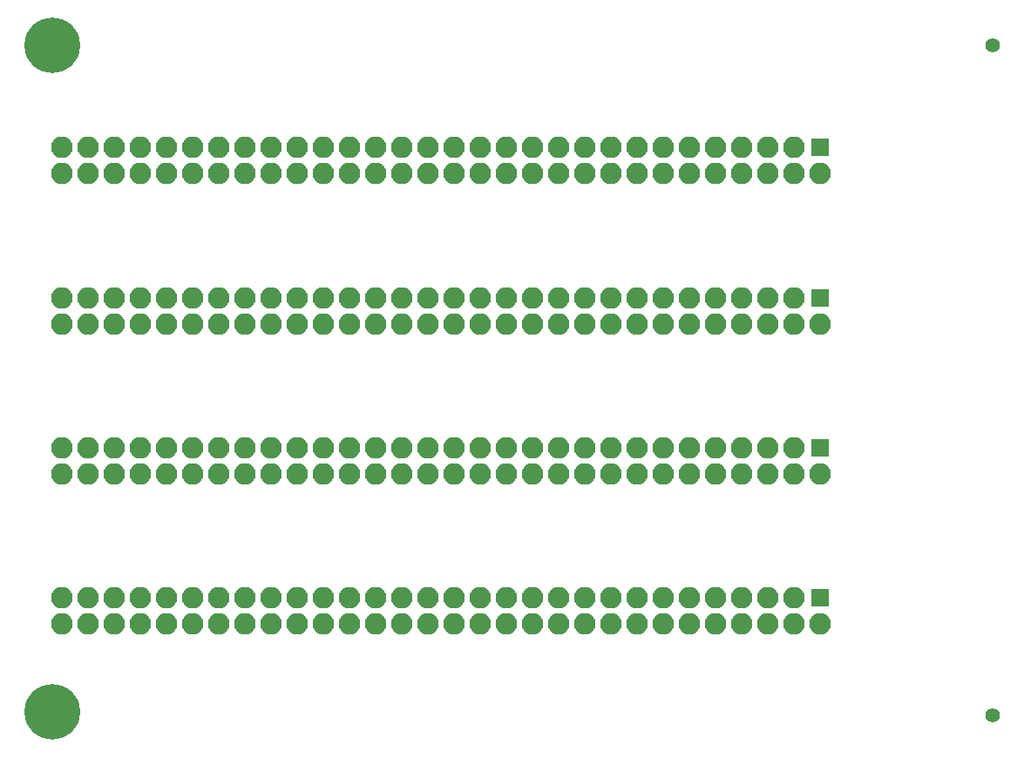
<source format=gbs>
G04 #@! TF.GenerationSoftware,KiCad,Pcbnew,5.0.0-rc2-be01b52~65~ubuntu16.04.1*
G04 #@! TF.CreationDate,2018-06-10T22:33:32-04:00*
G04 #@! TF.ProjectId,meta_breakout,6D6574615F627265616B6F75742E6B69,rev?*
G04 #@! TF.SameCoordinates,Original*
G04 #@! TF.FileFunction,Soldermask,Bot*
G04 #@! TF.FilePolarity,Negative*
%FSLAX46Y46*%
G04 Gerber Fmt 4.6, Leading zero omitted, Abs format (unit mm)*
G04 Created by KiCad (PCBNEW 5.0.0-rc2-be01b52~65~ubuntu16.04.1) date Sun Jun 10 22:33:32 2018*
%MOMM*%
%LPD*%
G01*
G04 APERTURE LIST*
%ADD10O,2.100000X2.100000*%
%ADD11R,1.700000X1.700000*%
%ADD12C,5.400000*%
%ADD13C,1.416000*%
G04 APERTURE END LIST*
D10*
G04 #@! TO.C,J5*
X43760000Y-118900000D03*
X43760000Y-116360000D03*
X46300000Y-118900000D03*
X46300000Y-116360000D03*
X48840000Y-118900000D03*
X48840000Y-116360000D03*
X51380000Y-118900000D03*
X51380000Y-116360000D03*
X53920000Y-118900000D03*
X53920000Y-116360000D03*
X56460000Y-118900000D03*
X56460000Y-116360000D03*
X59000000Y-118900000D03*
X59000000Y-116360000D03*
X61540000Y-118900000D03*
X61540000Y-116360000D03*
X64080000Y-118900000D03*
X64080000Y-116360000D03*
X66620000Y-118900000D03*
X66620000Y-116360000D03*
X69160000Y-118900000D03*
X69160000Y-116360000D03*
X71700000Y-118900000D03*
X71700000Y-116360000D03*
X74240000Y-118900000D03*
X74240000Y-116360000D03*
X76780000Y-118900000D03*
X76780000Y-116360000D03*
X79320000Y-118900000D03*
X79320000Y-116360000D03*
X81860000Y-118900000D03*
X81860000Y-116360000D03*
X84400000Y-118900000D03*
X84400000Y-116360000D03*
X86940000Y-118900000D03*
X86940000Y-116360000D03*
X89480000Y-118900000D03*
X89480000Y-116360000D03*
X92020000Y-118900000D03*
X92020000Y-116360000D03*
X94560000Y-118900000D03*
X94560000Y-116360000D03*
X97100000Y-118900000D03*
X97100000Y-116360000D03*
X99640000Y-118900000D03*
X99640000Y-116360000D03*
X102180000Y-118900000D03*
X102180000Y-116360000D03*
X104720000Y-118900000D03*
X104720000Y-116360000D03*
X107260000Y-118900000D03*
X107260000Y-116360000D03*
X109800000Y-118900000D03*
X109800000Y-116360000D03*
X112340000Y-118900000D03*
X112340000Y-116360000D03*
X114880000Y-118900000D03*
X114880000Y-116360000D03*
X117420000Y-118900000D03*
D11*
X117420000Y-116360000D03*
G04 #@! TD*
D10*
G04 #@! TO.C,J4*
X43760000Y-104310000D03*
X43760000Y-101770000D03*
X46300000Y-104310000D03*
X46300000Y-101770000D03*
X48840000Y-104310000D03*
X48840000Y-101770000D03*
X51380000Y-104310000D03*
X51380000Y-101770000D03*
X53920000Y-104310000D03*
X53920000Y-101770000D03*
X56460000Y-104310000D03*
X56460000Y-101770000D03*
X59000000Y-104310000D03*
X59000000Y-101770000D03*
X61540000Y-104310000D03*
X61540000Y-101770000D03*
X64080000Y-104310000D03*
X64080000Y-101770000D03*
X66620000Y-104310000D03*
X66620000Y-101770000D03*
X69160000Y-104310000D03*
X69160000Y-101770000D03*
X71700000Y-104310000D03*
X71700000Y-101770000D03*
X74240000Y-104310000D03*
X74240000Y-101770000D03*
X76780000Y-104310000D03*
X76780000Y-101770000D03*
X79320000Y-104310000D03*
X79320000Y-101770000D03*
X81860000Y-104310000D03*
X81860000Y-101770000D03*
X84400000Y-104310000D03*
X84400000Y-101770000D03*
X86940000Y-104310000D03*
X86940000Y-101770000D03*
X89480000Y-104310000D03*
X89480000Y-101770000D03*
X92020000Y-104310000D03*
X92020000Y-101770000D03*
X94560000Y-104310000D03*
X94560000Y-101770000D03*
X97100000Y-104310000D03*
X97100000Y-101770000D03*
X99640000Y-104310000D03*
X99640000Y-101770000D03*
X102180000Y-104310000D03*
X102180000Y-101770000D03*
X104720000Y-104310000D03*
X104720000Y-101770000D03*
X107260000Y-104310000D03*
X107260000Y-101770000D03*
X109800000Y-104310000D03*
X109800000Y-101770000D03*
X112340000Y-104310000D03*
X112340000Y-101770000D03*
X114880000Y-104310000D03*
X114880000Y-101770000D03*
X117420000Y-104310000D03*
D11*
X117420000Y-101770000D03*
G04 #@! TD*
D10*
G04 #@! TO.C,J3*
X43760000Y-89720000D03*
X43760000Y-87180000D03*
X46300000Y-89720000D03*
X46300000Y-87180000D03*
X48840000Y-89720000D03*
X48840000Y-87180000D03*
X51380000Y-89720000D03*
X51380000Y-87180000D03*
X53920000Y-89720000D03*
X53920000Y-87180000D03*
X56460000Y-89720000D03*
X56460000Y-87180000D03*
X59000000Y-89720000D03*
X59000000Y-87180000D03*
X61540000Y-89720000D03*
X61540000Y-87180000D03*
X64080000Y-89720000D03*
X64080000Y-87180000D03*
X66620000Y-89720000D03*
X66620000Y-87180000D03*
X69160000Y-89720000D03*
X69160000Y-87180000D03*
X71700000Y-89720000D03*
X71700000Y-87180000D03*
X74240000Y-89720000D03*
X74240000Y-87180000D03*
X76780000Y-89720000D03*
X76780000Y-87180000D03*
X79320000Y-89720000D03*
X79320000Y-87180000D03*
X81860000Y-89720000D03*
X81860000Y-87180000D03*
X84400000Y-89720000D03*
X84400000Y-87180000D03*
X86940000Y-89720000D03*
X86940000Y-87180000D03*
X89480000Y-89720000D03*
X89480000Y-87180000D03*
X92020000Y-89720000D03*
X92020000Y-87180000D03*
X94560000Y-89720000D03*
X94560000Y-87180000D03*
X97100000Y-89720000D03*
X97100000Y-87180000D03*
X99640000Y-89720000D03*
X99640000Y-87180000D03*
X102180000Y-89720000D03*
X102180000Y-87180000D03*
X104720000Y-89720000D03*
X104720000Y-87180000D03*
X107260000Y-89720000D03*
X107260000Y-87180000D03*
X109800000Y-89720000D03*
X109800000Y-87180000D03*
X112340000Y-89720000D03*
X112340000Y-87180000D03*
X114880000Y-89720000D03*
X114880000Y-87180000D03*
X117420000Y-89720000D03*
D11*
X117420000Y-87180000D03*
G04 #@! TD*
D10*
G04 #@! TO.C,J2*
X43760000Y-75130000D03*
X43760000Y-72590000D03*
X46300000Y-75130000D03*
X46300000Y-72590000D03*
X48840000Y-75130000D03*
X48840000Y-72590000D03*
X51380000Y-75130000D03*
X51380000Y-72590000D03*
X53920000Y-75130000D03*
X53920000Y-72590000D03*
X56460000Y-75130000D03*
X56460000Y-72590000D03*
X59000000Y-75130000D03*
X59000000Y-72590000D03*
X61540000Y-75130000D03*
X61540000Y-72590000D03*
X64080000Y-75130000D03*
X64080000Y-72590000D03*
X66620000Y-75130000D03*
X66620000Y-72590000D03*
X69160000Y-75130000D03*
X69160000Y-72590000D03*
X71700000Y-75130000D03*
X71700000Y-72590000D03*
X74240000Y-75130000D03*
X74240000Y-72590000D03*
X76780000Y-75130000D03*
X76780000Y-72590000D03*
X79320000Y-75130000D03*
X79320000Y-72590000D03*
X81860000Y-75130000D03*
X81860000Y-72590000D03*
X84400000Y-75130000D03*
X84400000Y-72590000D03*
X86940000Y-75130000D03*
X86940000Y-72590000D03*
X89480000Y-75130000D03*
X89480000Y-72590000D03*
X92020000Y-75130000D03*
X92020000Y-72590000D03*
X94560000Y-75130000D03*
X94560000Y-72590000D03*
X97100000Y-75130000D03*
X97100000Y-72590000D03*
X99640000Y-75130000D03*
X99640000Y-72590000D03*
X102180000Y-75130000D03*
X102180000Y-72590000D03*
X104720000Y-75130000D03*
X104720000Y-72590000D03*
X107260000Y-75130000D03*
X107260000Y-72590000D03*
X109800000Y-75130000D03*
X109800000Y-72590000D03*
X112340000Y-75130000D03*
X112340000Y-72590000D03*
X114880000Y-75130000D03*
X114880000Y-72590000D03*
X117420000Y-75130000D03*
D11*
X117420000Y-72590000D03*
G04 #@! TD*
D12*
G04 #@! TO.C,REF\002A\002A*
X42850000Y-127470000D03*
G04 #@! TD*
D13*
G04 #@! TO.C,J1*
X134176000Y-127763000D03*
X134176000Y-62637000D03*
G04 #@! TD*
D12*
G04 #@! TO.C,REF\002A\002A*
X42850000Y-62700000D03*
G04 #@! TD*
M02*

</source>
